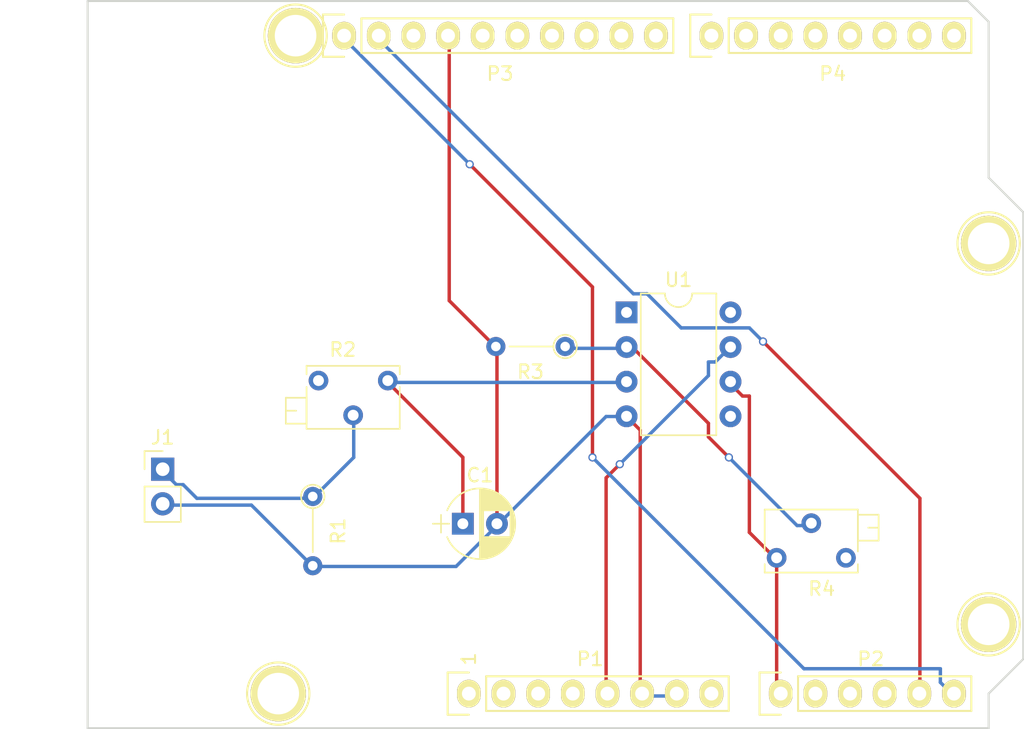
<source format=kicad_pcb>
(kicad_pcb (version 4) (host pcbnew 4.0.6)

  (general
    (links 18)
    (no_connects 0)
    (area 104.5 71.5 182 128)
    (thickness 1.6)
    (drawings 29)
    (tracks 112)
    (zones 0)
    (modules 15)
    (nets 39)
  )

  (page A)
  (title_block
    (title "PFF DEMO")
    (date 2017-04-17)
  )

  (layers
    (0 F.Cu signal)
    (31 B.Cu signal)
    (32 B.Adhes user)
    (33 F.Adhes user)
    (34 B.Paste user)
    (35 F.Paste user)
    (36 B.SilkS user)
    (37 F.SilkS user)
    (38 B.Mask user)
    (39 F.Mask user)
    (40 Dwgs.User user)
    (41 Cmts.User user)
    (42 Eco1.User user)
    (43 Eco2.User user)
    (44 Edge.Cuts user)
    (45 Margin user)
    (46 B.CrtYd user)
    (47 F.CrtYd user)
    (48 B.Fab user)
    (49 F.Fab user)
  )

  (setup
    (last_trace_width 0.25)
    (trace_clearance 0.2)
    (zone_clearance 0.508)
    (zone_45_only no)
    (trace_min 0.2)
    (segment_width 0.15)
    (edge_width 0.15)
    (via_size 0.6)
    (via_drill 0.4)
    (via_min_size 0.4)
    (via_min_drill 0.3)
    (uvia_size 0.3)
    (uvia_drill 0.1)
    (uvias_allowed no)
    (uvia_min_size 0.2)
    (uvia_min_drill 0.1)
    (pcb_text_width 0.3)
    (pcb_text_size 1.5 1.5)
    (mod_edge_width 0.15)
    (mod_text_size 1 1)
    (mod_text_width 0.15)
    (pad_size 4.064 4.064)
    (pad_drill 3.048)
    (pad_to_mask_clearance 0)
    (aux_axis_origin 110.998 126.365)
    (grid_origin 110.998 126.365)
    (visible_elements 7FFFFFFF)
    (pcbplotparams
      (layerselection 0x00030_80000001)
      (usegerberextensions false)
      (excludeedgelayer true)
      (linewidth 0.100000)
      (plotframeref false)
      (viasonmask false)
      (mode 1)
      (useauxorigin false)
      (hpglpennumber 1)
      (hpglpenspeed 20)
      (hpglpendiameter 15)
      (hpglpenoverlay 2)
      (psnegative false)
      (psa4output false)
      (plotreference true)
      (plotvalue true)
      (plotinvisibletext false)
      (padsonsilk false)
      (subtractmaskfromsilk false)
      (outputformat 1)
      (mirror false)
      (drillshape 1)
      (scaleselection 1)
      (outputdirectory ""))
  )

  (net 0 "")
  (net 1 /IOREF)
  (net 2 /Reset)
  (net 3 +5V)
  (net 4 GND)
  (net 5 /Vin)
  (net 6 /A0)
  (net 7 /A1)
  (net 8 /A2)
  (net 9 /A3)
  (net 10 /AREF)
  (net 11 "/A4(SDA)")
  (net 12 "/A5(SCL)")
  (net 13 "/9(**)")
  (net 14 /8)
  (net 15 /7)
  (net 16 "/6(**)")
  (net 17 "/5(**)")
  (net 18 /4)
  (net 19 "/3(**)")
  (net 20 /2)
  (net 21 "/1(Tx)")
  (net 22 "/0(Rx)")
  (net 23 "Net-(P5-Pad1)")
  (net 24 "Net-(P6-Pad1)")
  (net 25 "Net-(P7-Pad1)")
  (net 26 "Net-(P8-Pad1)")
  (net 27 "/13(SCK)")
  (net 28 "/10(**/SS)")
  (net 29 "Net-(P1-Pad1)")
  (net 30 +3V3)
  (net 31 "/12(MISO)")
  (net 32 "/11(**/MOSI)")
  (net 33 "Net-(C1-Pad1)")
  (net 34 "Net-(R3-Pad1)")
  (net 35 "Net-(U1-Pad1)")
  (net 36 "Net-(U1-Pad5)")
  (net 37 "Net-(U1-Pad8)")
  (net 38 /Vpp)

  (net_class Default "This is the default net class."
    (clearance 0.2)
    (trace_width 0.25)
    (via_dia 0.6)
    (via_drill 0.4)
    (uvia_dia 0.3)
    (uvia_drill 0.1)
    (add_net +3V3)
    (add_net +5V)
    (add_net "/0(Rx)")
    (add_net "/1(Tx)")
    (add_net "/10(**/SS)")
    (add_net "/11(**/MOSI)")
    (add_net "/12(MISO)")
    (add_net "/13(SCK)")
    (add_net /2)
    (add_net "/3(**)")
    (add_net /4)
    (add_net "/5(**)")
    (add_net "/6(**)")
    (add_net /7)
    (add_net /8)
    (add_net "/9(**)")
    (add_net /A0)
    (add_net /A1)
    (add_net /A2)
    (add_net /A3)
    (add_net "/A4(SDA)")
    (add_net "/A5(SCL)")
    (add_net /AREF)
    (add_net /IOREF)
    (add_net /Reset)
    (add_net /Vin)
    (add_net /Vpp)
    (add_net GND)
    (add_net "Net-(C1-Pad1)")
    (add_net "Net-(P1-Pad1)")
    (add_net "Net-(P5-Pad1)")
    (add_net "Net-(P6-Pad1)")
    (add_net "Net-(P7-Pad1)")
    (add_net "Net-(P8-Pad1)")
    (add_net "Net-(R3-Pad1)")
    (add_net "Net-(U1-Pad1)")
    (add_net "Net-(U1-Pad5)")
    (add_net "Net-(U1-Pad8)")
  )

  (module Socket_Arduino_Uno:Socket_Strip_Arduino_1x08 locked (layer F.Cu) (tedit 552168D2) (tstamp 551AF9EA)
    (at 138.938 123.825)
    (descr "Through hole socket strip")
    (tags "socket strip")
    (path /56D70129)
    (fp_text reference P1 (at 8.89 -2.54) (layer F.SilkS)
      (effects (font (size 1 1) (thickness 0.15)))
    )
    (fp_text value Power (at 8.89 -4.064) (layer F.Fab)
      (effects (font (size 1 1) (thickness 0.15)))
    )
    (fp_line (start -1.75 -1.75) (end -1.75 1.75) (layer F.CrtYd) (width 0.05))
    (fp_line (start 19.55 -1.75) (end 19.55 1.75) (layer F.CrtYd) (width 0.05))
    (fp_line (start -1.75 -1.75) (end 19.55 -1.75) (layer F.CrtYd) (width 0.05))
    (fp_line (start -1.75 1.75) (end 19.55 1.75) (layer F.CrtYd) (width 0.05))
    (fp_line (start 1.27 1.27) (end 19.05 1.27) (layer F.SilkS) (width 0.15))
    (fp_line (start 19.05 1.27) (end 19.05 -1.27) (layer F.SilkS) (width 0.15))
    (fp_line (start 19.05 -1.27) (end 1.27 -1.27) (layer F.SilkS) (width 0.15))
    (fp_line (start -1.55 1.55) (end 0 1.55) (layer F.SilkS) (width 0.15))
    (fp_line (start 1.27 1.27) (end 1.27 -1.27) (layer F.SilkS) (width 0.15))
    (fp_line (start 0 -1.55) (end -1.55 -1.55) (layer F.SilkS) (width 0.15))
    (fp_line (start -1.55 -1.55) (end -1.55 1.55) (layer F.SilkS) (width 0.15))
    (pad 1 thru_hole oval (at 0 0) (size 1.7272 2.032) (drill 1.016) (layers *.Cu *.Mask F.SilkS)
      (net 29 "Net-(P1-Pad1)"))
    (pad 2 thru_hole oval (at 2.54 0) (size 1.7272 2.032) (drill 1.016) (layers *.Cu *.Mask F.SilkS)
      (net 1 /IOREF))
    (pad 3 thru_hole oval (at 5.08 0) (size 1.7272 2.032) (drill 1.016) (layers *.Cu *.Mask F.SilkS)
      (net 2 /Reset))
    (pad 4 thru_hole oval (at 7.62 0) (size 1.7272 2.032) (drill 1.016) (layers *.Cu *.Mask F.SilkS)
      (net 30 +3V3))
    (pad 5 thru_hole oval (at 10.16 0) (size 1.7272 2.032) (drill 1.016) (layers *.Cu *.Mask F.SilkS)
      (net 3 +5V))
    (pad 6 thru_hole oval (at 12.7 0) (size 1.7272 2.032) (drill 1.016) (layers *.Cu *.Mask F.SilkS)
      (net 4 GND))
    (pad 7 thru_hole oval (at 15.24 0) (size 1.7272 2.032) (drill 1.016) (layers *.Cu *.Mask F.SilkS)
      (net 4 GND))
    (pad 8 thru_hole oval (at 17.78 0) (size 1.7272 2.032) (drill 1.016) (layers *.Cu *.Mask F.SilkS)
      (net 38 /Vpp))
    (model ${KIPRJMOD}/Socket_Arduino_Uno.3dshapes/Socket_header_Arduino_1x08.wrl
      (at (xyz 0.35 0 0))
      (scale (xyz 1 1 1))
      (rotate (xyz 0 0 180))
    )
  )

  (module Socket_Arduino_Uno:Socket_Strip_Arduino_1x06 locked (layer F.Cu) (tedit 552168D6) (tstamp 551AF9FF)
    (at 161.798 123.825)
    (descr "Through hole socket strip")
    (tags "socket strip")
    (path /56D70DD8)
    (fp_text reference P2 (at 6.604 -2.54) (layer F.SilkS)
      (effects (font (size 1 1) (thickness 0.15)))
    )
    (fp_text value Analog (at 6.604 -4.064) (layer F.Fab)
      (effects (font (size 1 1) (thickness 0.15)))
    )
    (fp_line (start -1.75 -1.75) (end -1.75 1.75) (layer F.CrtYd) (width 0.05))
    (fp_line (start 14.45 -1.75) (end 14.45 1.75) (layer F.CrtYd) (width 0.05))
    (fp_line (start -1.75 -1.75) (end 14.45 -1.75) (layer F.CrtYd) (width 0.05))
    (fp_line (start -1.75 1.75) (end 14.45 1.75) (layer F.CrtYd) (width 0.05))
    (fp_line (start 1.27 1.27) (end 13.97 1.27) (layer F.SilkS) (width 0.15))
    (fp_line (start 13.97 1.27) (end 13.97 -1.27) (layer F.SilkS) (width 0.15))
    (fp_line (start 13.97 -1.27) (end 1.27 -1.27) (layer F.SilkS) (width 0.15))
    (fp_line (start -1.55 1.55) (end 0 1.55) (layer F.SilkS) (width 0.15))
    (fp_line (start 1.27 1.27) (end 1.27 -1.27) (layer F.SilkS) (width 0.15))
    (fp_line (start 0 -1.55) (end -1.55 -1.55) (layer F.SilkS) (width 0.15))
    (fp_line (start -1.55 -1.55) (end -1.55 1.55) (layer F.SilkS) (width 0.15))
    (pad 1 thru_hole oval (at 0 0) (size 1.7272 2.032) (drill 1.016) (layers *.Cu *.Mask F.SilkS)
      (net 6 /A0))
    (pad 2 thru_hole oval (at 2.54 0) (size 1.7272 2.032) (drill 1.016) (layers *.Cu *.Mask F.SilkS)
      (net 7 /A1))
    (pad 3 thru_hole oval (at 5.08 0) (size 1.7272 2.032) (drill 1.016) (layers *.Cu *.Mask F.SilkS)
      (net 8 /A2))
    (pad 4 thru_hole oval (at 7.62 0) (size 1.7272 2.032) (drill 1.016) (layers *.Cu *.Mask F.SilkS)
      (net 9 /A3))
    (pad 5 thru_hole oval (at 10.16 0) (size 1.7272 2.032) (drill 1.016) (layers *.Cu *.Mask F.SilkS)
      (net 11 "/A4(SDA)"))
    (pad 6 thru_hole oval (at 12.7 0) (size 1.7272 2.032) (drill 1.016) (layers *.Cu *.Mask F.SilkS)
      (net 12 "/A5(SCL)"))
    (model ${KIPRJMOD}/Socket_Arduino_Uno.3dshapes/Socket_header_Arduino_1x06.wrl
      (at (xyz 0.25 0 0))
      (scale (xyz 1 1 1))
      (rotate (xyz 0 0 180))
    )
  )

  (module Socket_Arduino_Uno:Socket_Strip_Arduino_1x10 locked (layer F.Cu) (tedit 552168BF) (tstamp 551AFA18)
    (at 129.794 75.565)
    (descr "Through hole socket strip")
    (tags "socket strip")
    (path /56D721E0)
    (fp_text reference P3 (at 11.43 2.794) (layer F.SilkS)
      (effects (font (size 1 1) (thickness 0.15)))
    )
    (fp_text value Digital (at 11.43 4.318) (layer F.Fab)
      (effects (font (size 1 1) (thickness 0.15)))
    )
    (fp_line (start -1.75 -1.75) (end -1.75 1.75) (layer F.CrtYd) (width 0.05))
    (fp_line (start 24.65 -1.75) (end 24.65 1.75) (layer F.CrtYd) (width 0.05))
    (fp_line (start -1.75 -1.75) (end 24.65 -1.75) (layer F.CrtYd) (width 0.05))
    (fp_line (start -1.75 1.75) (end 24.65 1.75) (layer F.CrtYd) (width 0.05))
    (fp_line (start 1.27 1.27) (end 24.13 1.27) (layer F.SilkS) (width 0.15))
    (fp_line (start 24.13 1.27) (end 24.13 -1.27) (layer F.SilkS) (width 0.15))
    (fp_line (start 24.13 -1.27) (end 1.27 -1.27) (layer F.SilkS) (width 0.15))
    (fp_line (start -1.55 1.55) (end 0 1.55) (layer F.SilkS) (width 0.15))
    (fp_line (start 1.27 1.27) (end 1.27 -1.27) (layer F.SilkS) (width 0.15))
    (fp_line (start 0 -1.55) (end -1.55 -1.55) (layer F.SilkS) (width 0.15))
    (fp_line (start -1.55 -1.55) (end -1.55 1.55) (layer F.SilkS) (width 0.15))
    (pad 1 thru_hole oval (at 0 0) (size 1.7272 2.032) (drill 1.016) (layers *.Cu *.Mask F.SilkS)
      (net 12 "/A5(SCL)"))
    (pad 2 thru_hole oval (at 2.54 0) (size 1.7272 2.032) (drill 1.016) (layers *.Cu *.Mask F.SilkS)
      (net 11 "/A4(SDA)"))
    (pad 3 thru_hole oval (at 5.08 0) (size 1.7272 2.032) (drill 1.016) (layers *.Cu *.Mask F.SilkS)
      (net 10 /AREF))
    (pad 4 thru_hole oval (at 7.62 0) (size 1.7272 2.032) (drill 1.016) (layers *.Cu *.Mask F.SilkS)
      (net 4 GND))
    (pad 5 thru_hole oval (at 10.16 0) (size 1.7272 2.032) (drill 1.016) (layers *.Cu *.Mask F.SilkS)
      (net 27 "/13(SCK)"))
    (pad 6 thru_hole oval (at 12.7 0) (size 1.7272 2.032) (drill 1.016) (layers *.Cu *.Mask F.SilkS)
      (net 31 "/12(MISO)"))
    (pad 7 thru_hole oval (at 15.24 0) (size 1.7272 2.032) (drill 1.016) (layers *.Cu *.Mask F.SilkS)
      (net 32 "/11(**/MOSI)"))
    (pad 8 thru_hole oval (at 17.78 0) (size 1.7272 2.032) (drill 1.016) (layers *.Cu *.Mask F.SilkS)
      (net 28 "/10(**/SS)"))
    (pad 9 thru_hole oval (at 20.32 0) (size 1.7272 2.032) (drill 1.016) (layers *.Cu *.Mask F.SilkS)
      (net 13 "/9(**)"))
    (pad 10 thru_hole oval (at 22.86 0) (size 1.7272 2.032) (drill 1.016) (layers *.Cu *.Mask F.SilkS)
      (net 14 /8))
    (model ${KIPRJMOD}/Socket_Arduino_Uno.3dshapes/Socket_header_Arduino_1x10.wrl
      (at (xyz 0.45 0 0))
      (scale (xyz 1 1 1))
      (rotate (xyz 0 0 180))
    )
  )

  (module Socket_Arduino_Uno:Socket_Strip_Arduino_1x08 locked (layer F.Cu) (tedit 552168C7) (tstamp 551AFA2F)
    (at 156.718 75.565)
    (descr "Through hole socket strip")
    (tags "socket strip")
    (path /56D7164F)
    (fp_text reference P4 (at 8.89 2.794) (layer F.SilkS)
      (effects (font (size 1 1) (thickness 0.15)))
    )
    (fp_text value Digital (at 8.89 4.318) (layer F.Fab)
      (effects (font (size 1 1) (thickness 0.15)))
    )
    (fp_line (start -1.75 -1.75) (end -1.75 1.75) (layer F.CrtYd) (width 0.05))
    (fp_line (start 19.55 -1.75) (end 19.55 1.75) (layer F.CrtYd) (width 0.05))
    (fp_line (start -1.75 -1.75) (end 19.55 -1.75) (layer F.CrtYd) (width 0.05))
    (fp_line (start -1.75 1.75) (end 19.55 1.75) (layer F.CrtYd) (width 0.05))
    (fp_line (start 1.27 1.27) (end 19.05 1.27) (layer F.SilkS) (width 0.15))
    (fp_line (start 19.05 1.27) (end 19.05 -1.27) (layer F.SilkS) (width 0.15))
    (fp_line (start 19.05 -1.27) (end 1.27 -1.27) (layer F.SilkS) (width 0.15))
    (fp_line (start -1.55 1.55) (end 0 1.55) (layer F.SilkS) (width 0.15))
    (fp_line (start 1.27 1.27) (end 1.27 -1.27) (layer F.SilkS) (width 0.15))
    (fp_line (start 0 -1.55) (end -1.55 -1.55) (layer F.SilkS) (width 0.15))
    (fp_line (start -1.55 -1.55) (end -1.55 1.55) (layer F.SilkS) (width 0.15))
    (pad 1 thru_hole oval (at 0 0) (size 1.7272 2.032) (drill 1.016) (layers *.Cu *.Mask F.SilkS)
      (net 15 /7))
    (pad 2 thru_hole oval (at 2.54 0) (size 1.7272 2.032) (drill 1.016) (layers *.Cu *.Mask F.SilkS)
      (net 16 "/6(**)"))
    (pad 3 thru_hole oval (at 5.08 0) (size 1.7272 2.032) (drill 1.016) (layers *.Cu *.Mask F.SilkS)
      (net 17 "/5(**)"))
    (pad 4 thru_hole oval (at 7.62 0) (size 1.7272 2.032) (drill 1.016) (layers *.Cu *.Mask F.SilkS)
      (net 18 /4))
    (pad 5 thru_hole oval (at 10.16 0) (size 1.7272 2.032) (drill 1.016) (layers *.Cu *.Mask F.SilkS)
      (net 19 "/3(**)"))
    (pad 6 thru_hole oval (at 12.7 0) (size 1.7272 2.032) (drill 1.016) (layers *.Cu *.Mask F.SilkS)
      (net 20 /2))
    (pad 7 thru_hole oval (at 15.24 0) (size 1.7272 2.032) (drill 1.016) (layers *.Cu *.Mask F.SilkS)
      (net 21 "/1(Tx)"))
    (pad 8 thru_hole oval (at 17.78 0) (size 1.7272 2.032) (drill 1.016) (layers *.Cu *.Mask F.SilkS)
      (net 22 "/0(Rx)"))
    (model ${KIPRJMOD}/Socket_Arduino_Uno.3dshapes/Socket_header_Arduino_1x08.wrl
      (at (xyz 0.35 0 0))
      (scale (xyz 1 1 1))
      (rotate (xyz 0 0 180))
    )
  )

  (module Socket_Arduino_Uno:Arduino_1pin locked (layer F.Cu) (tedit 5524FC39) (tstamp 5524FC3F)
    (at 124.968 123.825)
    (descr "module 1 pin (ou trou mecanique de percage)")
    (tags DEV)
    (path /56D71177)
    (fp_text reference P5 (at 0 -3.048) (layer F.SilkS) hide
      (effects (font (size 1 1) (thickness 0.15)))
    )
    (fp_text value CONN_01X01 (at 0 2.794) (layer F.Fab) hide
      (effects (font (size 1 1) (thickness 0.15)))
    )
    (fp_circle (center 0 0) (end 0 -2.286) (layer F.SilkS) (width 0.15))
    (pad 1 thru_hole circle (at 0 0) (size 4.064 4.064) (drill 3.048) (layers *.Cu *.Mask F.SilkS)
      (net 23 "Net-(P5-Pad1)"))
  )

  (module Socket_Arduino_Uno:Arduino_1pin locked (layer F.Cu) (tedit 5524FC4A) (tstamp 5524FC44)
    (at 177.038 118.745)
    (descr "module 1 pin (ou trou mecanique de percage)")
    (tags DEV)
    (path /56D71274)
    (fp_text reference P6 (at 0 -3.048) (layer F.SilkS) hide
      (effects (font (size 1 1) (thickness 0.15)))
    )
    (fp_text value CONN_01X01 (at 0 2.794) (layer F.Fab) hide
      (effects (font (size 1 1) (thickness 0.15)))
    )
    (fp_circle (center 0 0) (end 0 -2.286) (layer F.SilkS) (width 0.15))
    (pad 1 thru_hole circle (at 0 0) (size 4.064 4.064) (drill 3.048) (layers *.Cu *.Mask F.SilkS)
      (net 24 "Net-(P6-Pad1)"))
  )

  (module Socket_Arduino_Uno:Arduino_1pin locked (layer F.Cu) (tedit 5524FC2F) (tstamp 5524FC49)
    (at 126.238 75.565)
    (descr "module 1 pin (ou trou mecanique de percage)")
    (tags DEV)
    (path /56D712A8)
    (fp_text reference P7 (at 0 -3.048) (layer F.SilkS) hide
      (effects (font (size 1 1) (thickness 0.15)))
    )
    (fp_text value CONN_01X01 (at 0 2.794) (layer F.Fab) hide
      (effects (font (size 1 1) (thickness 0.15)))
    )
    (fp_circle (center 0 0) (end 0 -2.286) (layer F.SilkS) (width 0.15))
    (pad 1 thru_hole circle (at 0 0) (size 4.064 4.064) (drill 3.048) (layers *.Cu *.Mask F.SilkS)
      (net 25 "Net-(P7-Pad1)"))
  )

  (module Socket_Arduino_Uno:Arduino_1pin locked (layer F.Cu) (tedit 5524FC41) (tstamp 5524FC4E)
    (at 177.038 90.805)
    (descr "module 1 pin (ou trou mecanique de percage)")
    (tags DEV)
    (path /56D712DB)
    (fp_text reference P8 (at 0 -3.048) (layer F.SilkS) hide
      (effects (font (size 1 1) (thickness 0.15)))
    )
    (fp_text value CONN_01X01 (at 0 2.794) (layer F.Fab) hide
      (effects (font (size 1 1) (thickness 0.15)))
    )
    (fp_circle (center 0 0) (end 0 -2.286) (layer F.SilkS) (width 0.15))
    (pad 1 thru_hole circle (at 0 0) (size 4.064 4.064) (drill 3.048) (layers *.Cu *.Mask F.SilkS)
      (net 26 "Net-(P8-Pad1)"))
  )

  (module Capacitors_THT:CP_Radial_D5.0mm_P2.50mm (layer F.Cu) (tedit 58765D06) (tstamp 58F4D22F)
    (at 138.498 111.365)
    (descr "CP, Radial series, Radial, pin pitch=2.50mm, , diameter=5mm, Electrolytic Capacitor")
    (tags "CP Radial series Radial pin pitch 2.50mm  diameter 5mm Electrolytic Capacitor")
    (path /58F4E7FB)
    (fp_text reference C1 (at 1.25 -3.56) (layer F.SilkS)
      (effects (font (size 1 1) (thickness 0.15)))
    )
    (fp_text value 4700pF (at 1.25 3.56) (layer F.Fab)
      (effects (font (size 1 1) (thickness 0.15)))
    )
    (fp_arc (start 1.25 0) (end -1.147436 -0.98) (angle 135.5) (layer F.SilkS) (width 0.12))
    (fp_arc (start 1.25 0) (end -1.147436 0.98) (angle -135.5) (layer F.SilkS) (width 0.12))
    (fp_arc (start 1.25 0) (end 3.647436 -0.98) (angle 44.5) (layer F.SilkS) (width 0.12))
    (fp_circle (center 1.25 0) (end 3.75 0) (layer F.Fab) (width 0.1))
    (fp_line (start -2.2 0) (end -1 0) (layer F.Fab) (width 0.1))
    (fp_line (start -1.6 -0.65) (end -1.6 0.65) (layer F.Fab) (width 0.1))
    (fp_line (start 1.25 -2.55) (end 1.25 2.55) (layer F.SilkS) (width 0.12))
    (fp_line (start 1.29 -2.55) (end 1.29 2.55) (layer F.SilkS) (width 0.12))
    (fp_line (start 1.33 -2.549) (end 1.33 2.549) (layer F.SilkS) (width 0.12))
    (fp_line (start 1.37 -2.548) (end 1.37 2.548) (layer F.SilkS) (width 0.12))
    (fp_line (start 1.41 -2.546) (end 1.41 2.546) (layer F.SilkS) (width 0.12))
    (fp_line (start 1.45 -2.543) (end 1.45 2.543) (layer F.SilkS) (width 0.12))
    (fp_line (start 1.49 -2.539) (end 1.49 2.539) (layer F.SilkS) (width 0.12))
    (fp_line (start 1.53 -2.535) (end 1.53 -0.98) (layer F.SilkS) (width 0.12))
    (fp_line (start 1.53 0.98) (end 1.53 2.535) (layer F.SilkS) (width 0.12))
    (fp_line (start 1.57 -2.531) (end 1.57 -0.98) (layer F.SilkS) (width 0.12))
    (fp_line (start 1.57 0.98) (end 1.57 2.531) (layer F.SilkS) (width 0.12))
    (fp_line (start 1.61 -2.525) (end 1.61 -0.98) (layer F.SilkS) (width 0.12))
    (fp_line (start 1.61 0.98) (end 1.61 2.525) (layer F.SilkS) (width 0.12))
    (fp_line (start 1.65 -2.519) (end 1.65 -0.98) (layer F.SilkS) (width 0.12))
    (fp_line (start 1.65 0.98) (end 1.65 2.519) (layer F.SilkS) (width 0.12))
    (fp_line (start 1.69 -2.513) (end 1.69 -0.98) (layer F.SilkS) (width 0.12))
    (fp_line (start 1.69 0.98) (end 1.69 2.513) (layer F.SilkS) (width 0.12))
    (fp_line (start 1.73 -2.506) (end 1.73 -0.98) (layer F.SilkS) (width 0.12))
    (fp_line (start 1.73 0.98) (end 1.73 2.506) (layer F.SilkS) (width 0.12))
    (fp_line (start 1.77 -2.498) (end 1.77 -0.98) (layer F.SilkS) (width 0.12))
    (fp_line (start 1.77 0.98) (end 1.77 2.498) (layer F.SilkS) (width 0.12))
    (fp_line (start 1.81 -2.489) (end 1.81 -0.98) (layer F.SilkS) (width 0.12))
    (fp_line (start 1.81 0.98) (end 1.81 2.489) (layer F.SilkS) (width 0.12))
    (fp_line (start 1.85 -2.48) (end 1.85 -0.98) (layer F.SilkS) (width 0.12))
    (fp_line (start 1.85 0.98) (end 1.85 2.48) (layer F.SilkS) (width 0.12))
    (fp_line (start 1.89 -2.47) (end 1.89 -0.98) (layer F.SilkS) (width 0.12))
    (fp_line (start 1.89 0.98) (end 1.89 2.47) (layer F.SilkS) (width 0.12))
    (fp_line (start 1.93 -2.46) (end 1.93 -0.98) (layer F.SilkS) (width 0.12))
    (fp_line (start 1.93 0.98) (end 1.93 2.46) (layer F.SilkS) (width 0.12))
    (fp_line (start 1.971 -2.448) (end 1.971 -0.98) (layer F.SilkS) (width 0.12))
    (fp_line (start 1.971 0.98) (end 1.971 2.448) (layer F.SilkS) (width 0.12))
    (fp_line (start 2.011 -2.436) (end 2.011 -0.98) (layer F.SilkS) (width 0.12))
    (fp_line (start 2.011 0.98) (end 2.011 2.436) (layer F.SilkS) (width 0.12))
    (fp_line (start 2.051 -2.424) (end 2.051 -0.98) (layer F.SilkS) (width 0.12))
    (fp_line (start 2.051 0.98) (end 2.051 2.424) (layer F.SilkS) (width 0.12))
    (fp_line (start 2.091 -2.41) (end 2.091 -0.98) (layer F.SilkS) (width 0.12))
    (fp_line (start 2.091 0.98) (end 2.091 2.41) (layer F.SilkS) (width 0.12))
    (fp_line (start 2.131 -2.396) (end 2.131 -0.98) (layer F.SilkS) (width 0.12))
    (fp_line (start 2.131 0.98) (end 2.131 2.396) (layer F.SilkS) (width 0.12))
    (fp_line (start 2.171 -2.382) (end 2.171 -0.98) (layer F.SilkS) (width 0.12))
    (fp_line (start 2.171 0.98) (end 2.171 2.382) (layer F.SilkS) (width 0.12))
    (fp_line (start 2.211 -2.366) (end 2.211 -0.98) (layer F.SilkS) (width 0.12))
    (fp_line (start 2.211 0.98) (end 2.211 2.366) (layer F.SilkS) (width 0.12))
    (fp_line (start 2.251 -2.35) (end 2.251 -0.98) (layer F.SilkS) (width 0.12))
    (fp_line (start 2.251 0.98) (end 2.251 2.35) (layer F.SilkS) (width 0.12))
    (fp_line (start 2.291 -2.333) (end 2.291 -0.98) (layer F.SilkS) (width 0.12))
    (fp_line (start 2.291 0.98) (end 2.291 2.333) (layer F.SilkS) (width 0.12))
    (fp_line (start 2.331 -2.315) (end 2.331 -0.98) (layer F.SilkS) (width 0.12))
    (fp_line (start 2.331 0.98) (end 2.331 2.315) (layer F.SilkS) (width 0.12))
    (fp_line (start 2.371 -2.296) (end 2.371 -0.98) (layer F.SilkS) (width 0.12))
    (fp_line (start 2.371 0.98) (end 2.371 2.296) (layer F.SilkS) (width 0.12))
    (fp_line (start 2.411 -2.276) (end 2.411 -0.98) (layer F.SilkS) (width 0.12))
    (fp_line (start 2.411 0.98) (end 2.411 2.276) (layer F.SilkS) (width 0.12))
    (fp_line (start 2.451 -2.256) (end 2.451 -0.98) (layer F.SilkS) (width 0.12))
    (fp_line (start 2.451 0.98) (end 2.451 2.256) (layer F.SilkS) (width 0.12))
    (fp_line (start 2.491 -2.234) (end 2.491 -0.98) (layer F.SilkS) (width 0.12))
    (fp_line (start 2.491 0.98) (end 2.491 2.234) (layer F.SilkS) (width 0.12))
    (fp_line (start 2.531 -2.212) (end 2.531 -0.98) (layer F.SilkS) (width 0.12))
    (fp_line (start 2.531 0.98) (end 2.531 2.212) (layer F.SilkS) (width 0.12))
    (fp_line (start 2.571 -2.189) (end 2.571 -0.98) (layer F.SilkS) (width 0.12))
    (fp_line (start 2.571 0.98) (end 2.571 2.189) (layer F.SilkS) (width 0.12))
    (fp_line (start 2.611 -2.165) (end 2.611 -0.98) (layer F.SilkS) (width 0.12))
    (fp_line (start 2.611 0.98) (end 2.611 2.165) (layer F.SilkS) (width 0.12))
    (fp_line (start 2.651 -2.14) (end 2.651 -0.98) (layer F.SilkS) (width 0.12))
    (fp_line (start 2.651 0.98) (end 2.651 2.14) (layer F.SilkS) (width 0.12))
    (fp_line (start 2.691 -2.113) (end 2.691 -0.98) (layer F.SilkS) (width 0.12))
    (fp_line (start 2.691 0.98) (end 2.691 2.113) (layer F.SilkS) (width 0.12))
    (fp_line (start 2.731 -2.086) (end 2.731 -0.98) (layer F.SilkS) (width 0.12))
    (fp_line (start 2.731 0.98) (end 2.731 2.086) (layer F.SilkS) (width 0.12))
    (fp_line (start 2.771 -2.058) (end 2.771 -0.98) (layer F.SilkS) (width 0.12))
    (fp_line (start 2.771 0.98) (end 2.771 2.058) (layer F.SilkS) (width 0.12))
    (fp_line (start 2.811 -2.028) (end 2.811 -0.98) (layer F.SilkS) (width 0.12))
    (fp_line (start 2.811 0.98) (end 2.811 2.028) (layer F.SilkS) (width 0.12))
    (fp_line (start 2.851 -1.997) (end 2.851 -0.98) (layer F.SilkS) (width 0.12))
    (fp_line (start 2.851 0.98) (end 2.851 1.997) (layer F.SilkS) (width 0.12))
    (fp_line (start 2.891 -1.965) (end 2.891 -0.98) (layer F.SilkS) (width 0.12))
    (fp_line (start 2.891 0.98) (end 2.891 1.965) (layer F.SilkS) (width 0.12))
    (fp_line (start 2.931 -1.932) (end 2.931 -0.98) (layer F.SilkS) (width 0.12))
    (fp_line (start 2.931 0.98) (end 2.931 1.932) (layer F.SilkS) (width 0.12))
    (fp_line (start 2.971 -1.897) (end 2.971 -0.98) (layer F.SilkS) (width 0.12))
    (fp_line (start 2.971 0.98) (end 2.971 1.897) (layer F.SilkS) (width 0.12))
    (fp_line (start 3.011 -1.861) (end 3.011 -0.98) (layer F.SilkS) (width 0.12))
    (fp_line (start 3.011 0.98) (end 3.011 1.861) (layer F.SilkS) (width 0.12))
    (fp_line (start 3.051 -1.823) (end 3.051 -0.98) (layer F.SilkS) (width 0.12))
    (fp_line (start 3.051 0.98) (end 3.051 1.823) (layer F.SilkS) (width 0.12))
    (fp_line (start 3.091 -1.783) (end 3.091 -0.98) (layer F.SilkS) (width 0.12))
    (fp_line (start 3.091 0.98) (end 3.091 1.783) (layer F.SilkS) (width 0.12))
    (fp_line (start 3.131 -1.742) (end 3.131 -0.98) (layer F.SilkS) (width 0.12))
    (fp_line (start 3.131 0.98) (end 3.131 1.742) (layer F.SilkS) (width 0.12))
    (fp_line (start 3.171 -1.699) (end 3.171 -0.98) (layer F.SilkS) (width 0.12))
    (fp_line (start 3.171 0.98) (end 3.171 1.699) (layer F.SilkS) (width 0.12))
    (fp_line (start 3.211 -1.654) (end 3.211 -0.98) (layer F.SilkS) (width 0.12))
    (fp_line (start 3.211 0.98) (end 3.211 1.654) (layer F.SilkS) (width 0.12))
    (fp_line (start 3.251 -1.606) (end 3.251 -0.98) (layer F.SilkS) (width 0.12))
    (fp_line (start 3.251 0.98) (end 3.251 1.606) (layer F.SilkS) (width 0.12))
    (fp_line (start 3.291 -1.556) (end 3.291 -0.98) (layer F.SilkS) (width 0.12))
    (fp_line (start 3.291 0.98) (end 3.291 1.556) (layer F.SilkS) (width 0.12))
    (fp_line (start 3.331 -1.504) (end 3.331 -0.98) (layer F.SilkS) (width 0.12))
    (fp_line (start 3.331 0.98) (end 3.331 1.504) (layer F.SilkS) (width 0.12))
    (fp_line (start 3.371 -1.448) (end 3.371 -0.98) (layer F.SilkS) (width 0.12))
    (fp_line (start 3.371 0.98) (end 3.371 1.448) (layer F.SilkS) (width 0.12))
    (fp_line (start 3.411 -1.39) (end 3.411 -0.98) (layer F.SilkS) (width 0.12))
    (fp_line (start 3.411 0.98) (end 3.411 1.39) (layer F.SilkS) (width 0.12))
    (fp_line (start 3.451 -1.327) (end 3.451 -0.98) (layer F.SilkS) (width 0.12))
    (fp_line (start 3.451 0.98) (end 3.451 1.327) (layer F.SilkS) (width 0.12))
    (fp_line (start 3.491 -1.261) (end 3.491 1.261) (layer F.SilkS) (width 0.12))
    (fp_line (start 3.531 -1.189) (end 3.531 1.189) (layer F.SilkS) (width 0.12))
    (fp_line (start 3.571 -1.112) (end 3.571 1.112) (layer F.SilkS) (width 0.12))
    (fp_line (start 3.611 -1.028) (end 3.611 1.028) (layer F.SilkS) (width 0.12))
    (fp_line (start 3.651 -0.934) (end 3.651 0.934) (layer F.SilkS) (width 0.12))
    (fp_line (start 3.691 -0.829) (end 3.691 0.829) (layer F.SilkS) (width 0.12))
    (fp_line (start 3.731 -0.707) (end 3.731 0.707) (layer F.SilkS) (width 0.12))
    (fp_line (start 3.771 -0.559) (end 3.771 0.559) (layer F.SilkS) (width 0.12))
    (fp_line (start 3.811 -0.354) (end 3.811 0.354) (layer F.SilkS) (width 0.12))
    (fp_line (start -2.2 0) (end -1 0) (layer F.SilkS) (width 0.12))
    (fp_line (start -1.6 -0.65) (end -1.6 0.65) (layer F.SilkS) (width 0.12))
    (fp_line (start -1.6 -2.85) (end -1.6 2.85) (layer F.CrtYd) (width 0.05))
    (fp_line (start -1.6 2.85) (end 4.1 2.85) (layer F.CrtYd) (width 0.05))
    (fp_line (start 4.1 2.85) (end 4.1 -2.85) (layer F.CrtYd) (width 0.05))
    (fp_line (start 4.1 -2.85) (end -1.6 -2.85) (layer F.CrtYd) (width 0.05))
    (pad 1 thru_hole rect (at 0 0) (size 1.6 1.6) (drill 0.8) (layers *.Cu *.Mask)
      (net 33 "Net-(C1-Pad1)"))
    (pad 2 thru_hole circle (at 2.5 0) (size 1.6 1.6) (drill 0.8) (layers *.Cu *.Mask)
      (net 4 GND))
    (model Capacitors_THT.3dshapes/CP_Radial_D5.0mm_P2.50mm.wrl
      (at (xyz 0 0 0))
      (scale (xyz 0.393701 0.393701 0.393701))
      (rotate (xyz 0 0 0))
    )
  )

  (module Resistors_THT:R_Axial_DIN0204_L3.6mm_D1.6mm_P5.08mm_Vertical (layer F.Cu) (tedit 5874F706) (tstamp 58F4D235)
    (at 127.498 109.365 270)
    (descr "Resistor, Axial_DIN0204 series, Axial, Vertical, pin pitch=5.08mm, 0.16666666666666666W = 1/6W, length*diameter=3.6*1.6mm^2, http://cdn-reichelt.de/documents/datenblatt/B400/1_4W%23YAG.pdf")
    (tags "Resistor Axial_DIN0204 series Axial Vertical pin pitch 5.08mm 0.16666666666666666W = 1/6W length 3.6mm diameter 1.6mm")
    (path /58F4E7F9)
    (fp_text reference R1 (at 2.54 -1.86 270) (layer F.SilkS)
      (effects (font (size 1 1) (thickness 0.15)))
    )
    (fp_text value 100k (at 2.54 1.86 270) (layer F.Fab)
      (effects (font (size 1 1) (thickness 0.15)))
    )
    (fp_circle (center 0 0) (end 0.8 0) (layer F.Fab) (width 0.1))
    (fp_circle (center 0 0) (end 0.86 0) (layer F.SilkS) (width 0.12))
    (fp_line (start 0 0) (end 5.08 0) (layer F.Fab) (width 0.1))
    (fp_line (start 0.86 0) (end 4.08 0) (layer F.SilkS) (width 0.12))
    (fp_line (start -1.15 -1.15) (end -1.15 1.15) (layer F.CrtYd) (width 0.05))
    (fp_line (start -1.15 1.15) (end 6.1 1.15) (layer F.CrtYd) (width 0.05))
    (fp_line (start 6.1 1.15) (end 6.1 -1.15) (layer F.CrtYd) (width 0.05))
    (fp_line (start 6.1 -1.15) (end -1.15 -1.15) (layer F.CrtYd) (width 0.05))
    (pad 1 thru_hole circle (at 0 0 270) (size 1.4 1.4) (drill 0.7) (layers *.Cu *.Mask)
      (net 5 /Vin))
    (pad 2 thru_hole oval (at 5.08 0 270) (size 1.4 1.4) (drill 0.7) (layers *.Cu *.Mask)
      (net 4 GND))
    (model Resistors_THT.3dshapes/R_Axial_DIN0204_L3.6mm_D1.6mm_P5.08mm_Vertical.wrl
      (at (xyz 0 0 0))
      (scale (xyz 0.393701 0.393701 0.393701))
      (rotate (xyz 0 0 0))
    )
  )

  (module Potentiometers:Potentiometer_Trimmer_Bourns_3266X (layer F.Cu) (tedit 58826B0B) (tstamp 58F4D23C)
    (at 132.998 100.865)
    (descr "Spindle Trimmer Potentiometer, Bourns 3266X, https://www.bourns.com/pdfs/3266.pdf")
    (tags "Spindle Trimmer Potentiometer   Bourns 3266X")
    (path /58F4E7FE)
    (fp_text reference R2 (at -3.3 -2.27) (layer F.SilkS)
      (effects (font (size 1 1) (thickness 0.15)))
    )
    (fp_text value 50k (at -3.3 4.73) (layer F.Fab)
      (effects (font (size 1 1) (thickness 0.15)))
    )
    (fp_line (start -5.895 -1.02) (end -5.895 3.48) (layer F.Fab) (width 0.1))
    (fp_line (start -5.895 3.48) (end 0.815 3.48) (layer F.Fab) (width 0.1))
    (fp_line (start 0.815 3.48) (end 0.815 -1.02) (layer F.Fab) (width 0.1))
    (fp_line (start 0.815 -1.02) (end -5.895 -1.02) (layer F.Fab) (width 0.1))
    (fp_line (start -7.415 1.32) (end -7.415 3.1) (layer F.Fab) (width 0.1))
    (fp_line (start -7.415 3.1) (end -5.895 3.1) (layer F.Fab) (width 0.1))
    (fp_line (start -5.895 3.1) (end -5.895 1.32) (layer F.Fab) (width 0.1))
    (fp_line (start -5.895 1.32) (end -7.415 1.32) (layer F.Fab) (width 0.1))
    (fp_line (start -7.415 2.21) (end -6.655 2.21) (layer F.Fab) (width 0.1))
    (fp_line (start -5.955 -1.08) (end 0.875 -1.08) (layer F.SilkS) (width 0.12))
    (fp_line (start -5.955 3.54) (end 0.875 3.54) (layer F.SilkS) (width 0.12))
    (fp_line (start -5.955 -1.08) (end -5.955 -0.465) (layer F.SilkS) (width 0.12))
    (fp_line (start -5.955 0.465) (end -5.955 3.54) (layer F.SilkS) (width 0.12))
    (fp_line (start 0.875 -1.08) (end 0.875 -0.465) (layer F.SilkS) (width 0.12))
    (fp_line (start 0.875 0.465) (end 0.875 3.54) (layer F.SilkS) (width 0.12))
    (fp_line (start -7.475 1.26) (end -5.956 1.26) (layer F.SilkS) (width 0.12))
    (fp_line (start -7.475 3.16) (end -5.956 3.16) (layer F.SilkS) (width 0.12))
    (fp_line (start -7.475 1.26) (end -7.475 3.16) (layer F.SilkS) (width 0.12))
    (fp_line (start -5.956 1.26) (end -5.956 3.16) (layer F.SilkS) (width 0.12))
    (fp_line (start -7.475 2.21) (end -6.715 2.21) (layer F.SilkS) (width 0.12))
    (fp_line (start -7.7 -1.3) (end -7.7 3.75) (layer F.CrtYd) (width 0.05))
    (fp_line (start -7.7 3.75) (end 1.1 3.75) (layer F.CrtYd) (width 0.05))
    (fp_line (start 1.1 3.75) (end 1.1 -1.3) (layer F.CrtYd) (width 0.05))
    (fp_line (start 1.1 -1.3) (end -7.7 -1.3) (layer F.CrtYd) (width 0.05))
    (pad 1 thru_hole circle (at 0 0) (size 1.44 1.44) (drill 0.8) (layers *.Cu *.Mask)
      (net 33 "Net-(C1-Pad1)"))
    (pad 2 thru_hole circle (at -2.54 2.54) (size 1.44 1.44) (drill 0.8) (layers *.Cu *.Mask)
      (net 5 /Vin))
    (pad 3 thru_hole circle (at -5.08 0) (size 1.44 1.44) (drill 0.8) (layers *.Cu *.Mask))
    (model Potentiometers.3dshapes/Potentiometer_Trimmer_Bourns_3266X.wrl
      (at (xyz 0 0 0))
      (scale (xyz 0.393701 0.393701 0.393701))
      (rotate (xyz 0 0 0))
    )
  )

  (module Resistors_THT:R_Axial_DIN0204_L3.6mm_D1.6mm_P5.08mm_Vertical (layer F.Cu) (tedit 5874F706) (tstamp 58F4D242)
    (at 145.998 98.365 180)
    (descr "Resistor, Axial_DIN0204 series, Axial, Vertical, pin pitch=5.08mm, 0.16666666666666666W = 1/6W, length*diameter=3.6*1.6mm^2, http://cdn-reichelt.de/documents/datenblatt/B400/1_4W%23YAG.pdf")
    (tags "Resistor Axial_DIN0204 series Axial Vertical pin pitch 5.08mm 0.16666666666666666W = 1/6W length 3.6mm diameter 1.6mm")
    (path /58F4E7F8)
    (fp_text reference R3 (at 2.54 -1.86 180) (layer F.SilkS)
      (effects (font (size 1 1) (thickness 0.15)))
    )
    (fp_text value 10K (at 2.54 1.86 180) (layer F.Fab)
      (effects (font (size 1 1) (thickness 0.15)))
    )
    (fp_circle (center 0 0) (end 0.8 0) (layer F.Fab) (width 0.1))
    (fp_circle (center 0 0) (end 0.86 0) (layer F.SilkS) (width 0.12))
    (fp_line (start 0 0) (end 5.08 0) (layer F.Fab) (width 0.1))
    (fp_line (start 0.86 0) (end 4.08 0) (layer F.SilkS) (width 0.12))
    (fp_line (start -1.15 -1.15) (end -1.15 1.15) (layer F.CrtYd) (width 0.05))
    (fp_line (start -1.15 1.15) (end 6.1 1.15) (layer F.CrtYd) (width 0.05))
    (fp_line (start 6.1 1.15) (end 6.1 -1.15) (layer F.CrtYd) (width 0.05))
    (fp_line (start 6.1 -1.15) (end -1.15 -1.15) (layer F.CrtYd) (width 0.05))
    (pad 1 thru_hole circle (at 0 0 180) (size 1.4 1.4) (drill 0.7) (layers *.Cu *.Mask)
      (net 34 "Net-(R3-Pad1)"))
    (pad 2 thru_hole oval (at 5.08 0 180) (size 1.4 1.4) (drill 0.7) (layers *.Cu *.Mask)
      (net 4 GND))
    (model Resistors_THT.3dshapes/R_Axial_DIN0204_L3.6mm_D1.6mm_P5.08mm_Vertical.wrl
      (at (xyz 0 0 0))
      (scale (xyz 0.393701 0.393701 0.393701))
      (rotate (xyz 0 0 0))
    )
  )

  (module Potentiometers:Potentiometer_Trimmer_Bourns_3266X (layer F.Cu) (tedit 58826B0B) (tstamp 58F4D249)
    (at 161.498 113.865 180)
    (descr "Spindle Trimmer Potentiometer, Bourns 3266X, https://www.bourns.com/pdfs/3266.pdf")
    (tags "Spindle Trimmer Potentiometer   Bourns 3266X")
    (path /58F4E7FA)
    (fp_text reference R4 (at -3.3 -2.27 180) (layer F.SilkS)
      (effects (font (size 1 1) (thickness 0.15)))
    )
    (fp_text value 20k (at -3.3 4.73 180) (layer F.Fab)
      (effects (font (size 1 1) (thickness 0.15)))
    )
    (fp_line (start -5.895 -1.02) (end -5.895 3.48) (layer F.Fab) (width 0.1))
    (fp_line (start -5.895 3.48) (end 0.815 3.48) (layer F.Fab) (width 0.1))
    (fp_line (start 0.815 3.48) (end 0.815 -1.02) (layer F.Fab) (width 0.1))
    (fp_line (start 0.815 -1.02) (end -5.895 -1.02) (layer F.Fab) (width 0.1))
    (fp_line (start -7.415 1.32) (end -7.415 3.1) (layer F.Fab) (width 0.1))
    (fp_line (start -7.415 3.1) (end -5.895 3.1) (layer F.Fab) (width 0.1))
    (fp_line (start -5.895 3.1) (end -5.895 1.32) (layer F.Fab) (width 0.1))
    (fp_line (start -5.895 1.32) (end -7.415 1.32) (layer F.Fab) (width 0.1))
    (fp_line (start -7.415 2.21) (end -6.655 2.21) (layer F.Fab) (width 0.1))
    (fp_line (start -5.955 -1.08) (end 0.875 -1.08) (layer F.SilkS) (width 0.12))
    (fp_line (start -5.955 3.54) (end 0.875 3.54) (layer F.SilkS) (width 0.12))
    (fp_line (start -5.955 -1.08) (end -5.955 -0.465) (layer F.SilkS) (width 0.12))
    (fp_line (start -5.955 0.465) (end -5.955 3.54) (layer F.SilkS) (width 0.12))
    (fp_line (start 0.875 -1.08) (end 0.875 -0.465) (layer F.SilkS) (width 0.12))
    (fp_line (start 0.875 0.465) (end 0.875 3.54) (layer F.SilkS) (width 0.12))
    (fp_line (start -7.475 1.26) (end -5.956 1.26) (layer F.SilkS) (width 0.12))
    (fp_line (start -7.475 3.16) (end -5.956 3.16) (layer F.SilkS) (width 0.12))
    (fp_line (start -7.475 1.26) (end -7.475 3.16) (layer F.SilkS) (width 0.12))
    (fp_line (start -5.956 1.26) (end -5.956 3.16) (layer F.SilkS) (width 0.12))
    (fp_line (start -7.475 2.21) (end -6.715 2.21) (layer F.SilkS) (width 0.12))
    (fp_line (start -7.7 -1.3) (end -7.7 3.75) (layer F.CrtYd) (width 0.05))
    (fp_line (start -7.7 3.75) (end 1.1 3.75) (layer F.CrtYd) (width 0.05))
    (fp_line (start 1.1 3.75) (end 1.1 -1.3) (layer F.CrtYd) (width 0.05))
    (fp_line (start 1.1 -1.3) (end -7.7 -1.3) (layer F.CrtYd) (width 0.05))
    (pad 1 thru_hole circle (at 0 0 180) (size 1.44 1.44) (drill 0.8) (layers *.Cu *.Mask)
      (net 6 /A0))
    (pad 2 thru_hole circle (at -2.54 2.54 180) (size 1.44 1.44) (drill 0.8) (layers *.Cu *.Mask)
      (net 34 "Net-(R3-Pad1)"))
    (pad 3 thru_hole circle (at -5.08 0 180) (size 1.44 1.44) (drill 0.8) (layers *.Cu *.Mask))
    (model Potentiometers.3dshapes/Potentiometer_Trimmer_Bourns_3266X.wrl
      (at (xyz 0 0 0))
      (scale (xyz 0.393701 0.393701 0.393701))
      (rotate (xyz 0 0 0))
    )
  )

  (module Housings_DIP:DIP-8_W7.62mm (layer F.Cu) (tedit 58CC8E33) (tstamp 58F4D255)
    (at 150.498 95.865)
    (descr "8-lead dip package, row spacing 7.62 mm (300 mils)")
    (tags "DIL DIP PDIP 2.54mm 7.62mm 300mil")
    (path /58F4E7F7)
    (fp_text reference U1 (at 3.81 -2.39) (layer F.SilkS)
      (effects (font (size 1 1) (thickness 0.15)))
    )
    (fp_text value MCP601P (at 3.81 10.01) (layer F.Fab)
      (effects (font (size 1 1) (thickness 0.15)))
    )
    (fp_text user %R (at 3.81 3.81) (layer F.Fab)
      (effects (font (size 1 1) (thickness 0.15)))
    )
    (fp_line (start 1.635 -1.27) (end 6.985 -1.27) (layer F.Fab) (width 0.1))
    (fp_line (start 6.985 -1.27) (end 6.985 8.89) (layer F.Fab) (width 0.1))
    (fp_line (start 6.985 8.89) (end 0.635 8.89) (layer F.Fab) (width 0.1))
    (fp_line (start 0.635 8.89) (end 0.635 -0.27) (layer F.Fab) (width 0.1))
    (fp_line (start 0.635 -0.27) (end 1.635 -1.27) (layer F.Fab) (width 0.1))
    (fp_line (start 2.81 -1.39) (end 1.04 -1.39) (layer F.SilkS) (width 0.12))
    (fp_line (start 1.04 -1.39) (end 1.04 9.01) (layer F.SilkS) (width 0.12))
    (fp_line (start 1.04 9.01) (end 6.58 9.01) (layer F.SilkS) (width 0.12))
    (fp_line (start 6.58 9.01) (end 6.58 -1.39) (layer F.SilkS) (width 0.12))
    (fp_line (start 6.58 -1.39) (end 4.81 -1.39) (layer F.SilkS) (width 0.12))
    (fp_line (start -1.1 -1.6) (end -1.1 9.2) (layer F.CrtYd) (width 0.05))
    (fp_line (start -1.1 9.2) (end 8.7 9.2) (layer F.CrtYd) (width 0.05))
    (fp_line (start 8.7 9.2) (end 8.7 -1.6) (layer F.CrtYd) (width 0.05))
    (fp_line (start 8.7 -1.6) (end -1.1 -1.6) (layer F.CrtYd) (width 0.05))
    (fp_arc (start 3.81 -1.39) (end 2.81 -1.39) (angle -180) (layer F.SilkS) (width 0.12))
    (pad 1 thru_hole rect (at 0 0) (size 1.6 1.6) (drill 0.8) (layers *.Cu *.Mask)
      (net 35 "Net-(U1-Pad1)"))
    (pad 5 thru_hole oval (at 7.62 7.62) (size 1.6 1.6) (drill 0.8) (layers *.Cu *.Mask)
      (net 36 "Net-(U1-Pad5)"))
    (pad 2 thru_hole oval (at 0 2.54) (size 1.6 1.6) (drill 0.8) (layers *.Cu *.Mask)
      (net 34 "Net-(R3-Pad1)"))
    (pad 6 thru_hole oval (at 7.62 5.08) (size 1.6 1.6) (drill 0.8) (layers *.Cu *.Mask)
      (net 6 /A0))
    (pad 3 thru_hole oval (at 0 5.08) (size 1.6 1.6) (drill 0.8) (layers *.Cu *.Mask)
      (net 33 "Net-(C1-Pad1)"))
    (pad 7 thru_hole oval (at 7.62 2.54) (size 1.6 1.6) (drill 0.8) (layers *.Cu *.Mask)
      (net 3 +5V))
    (pad 4 thru_hole oval (at 0 7.62) (size 1.6 1.6) (drill 0.8) (layers *.Cu *.Mask)
      (net 4 GND))
    (pad 8 thru_hole oval (at 7.62 0) (size 1.6 1.6) (drill 0.8) (layers *.Cu *.Mask)
      (net 37 "Net-(U1-Pad8)"))
    (model Housings_DIP.3dshapes/DIP-8_W7.62mm.wrl
      (at (xyz 0 0 0))
      (scale (xyz 1 1 1))
      (rotate (xyz 0 0 0))
    )
  )

  (module Socket_Strips:Socket_Strip_Straight_1x02_Pitch2.54mm (layer F.Cu) (tedit 58CD5446) (tstamp 58F4D369)
    (at 116.498 107.365)
    (descr "Through hole straight socket strip, 1x02, 2.54mm pitch, single row")
    (tags "Through hole socket strip THT 1x02 2.54mm single row")
    (path /58F5001B)
    (fp_text reference J1 (at 0 -2.33) (layer F.SilkS)
      (effects (font (size 1 1) (thickness 0.15)))
    )
    (fp_text value EXTERNAL (at 0 4.87) (layer F.Fab)
      (effects (font (size 1 1) (thickness 0.15)))
    )
    (fp_line (start -1.27 -1.27) (end -1.27 3.81) (layer F.Fab) (width 0.1))
    (fp_line (start -1.27 3.81) (end 1.27 3.81) (layer F.Fab) (width 0.1))
    (fp_line (start 1.27 3.81) (end 1.27 -1.27) (layer F.Fab) (width 0.1))
    (fp_line (start 1.27 -1.27) (end -1.27 -1.27) (layer F.Fab) (width 0.1))
    (fp_line (start -1.33 1.27) (end -1.33 3.87) (layer F.SilkS) (width 0.12))
    (fp_line (start -1.33 3.87) (end 1.33 3.87) (layer F.SilkS) (width 0.12))
    (fp_line (start 1.33 3.87) (end 1.33 1.27) (layer F.SilkS) (width 0.12))
    (fp_line (start 1.33 1.27) (end -1.33 1.27) (layer F.SilkS) (width 0.12))
    (fp_line (start -1.33 0) (end -1.33 -1.33) (layer F.SilkS) (width 0.12))
    (fp_line (start -1.33 -1.33) (end 0 -1.33) (layer F.SilkS) (width 0.12))
    (fp_line (start -1.8 -1.8) (end -1.8 4.35) (layer F.CrtYd) (width 0.05))
    (fp_line (start -1.8 4.35) (end 1.8 4.35) (layer F.CrtYd) (width 0.05))
    (fp_line (start 1.8 4.35) (end 1.8 -1.8) (layer F.CrtYd) (width 0.05))
    (fp_line (start 1.8 -1.8) (end -1.8 -1.8) (layer F.CrtYd) (width 0.05))
    (fp_text user %R (at 0 -2.33) (layer F.Fab)
      (effects (font (size 1 1) (thickness 0.15)))
    )
    (pad 1 thru_hole rect (at 0 0) (size 1.7 1.7) (drill 1) (layers *.Cu *.Mask)
      (net 5 /Vin))
    (pad 2 thru_hole oval (at 0 2.54) (size 1.7 1.7) (drill 1) (layers *.Cu *.Mask)
      (net 4 GND))
    (model ${KISYS3DMOD}/Socket_Strips.3dshapes/Socket_Strip_Straight_1x02_Pitch2.54mm.wrl
      (at (xyz 0 -0.05 0))
      (scale (xyz 1 1 1))
      (rotate (xyz 0 0 270))
    )
  )

  (gr_text "DC Gain" (at 174.498 112.365) (layer Cmts.User)
    (effects (font (size 1.5 1.5) (thickness 0.3)))
  )
  (gr_text Fcuttoff (at 119.498 101.865) (layer Cmts.User)
    (effects (font (size 1.5 1.5) (thickness 0.3)))
  )
  (gr_text 1 (at 138.938 121.285 90) (layer F.SilkS)
    (effects (font (size 1 1) (thickness 0.15)))
  )
  (gr_circle (center 117.348 76.962) (end 118.618 76.962) (layer Dwgs.User) (width 0.15))
  (gr_line (start 114.427 78.994) (end 114.427 74.93) (angle 90) (layer Dwgs.User) (width 0.15))
  (gr_line (start 120.269 78.994) (end 114.427 78.994) (angle 90) (layer Dwgs.User) (width 0.15))
  (gr_line (start 120.269 74.93) (end 120.269 78.994) (angle 90) (layer Dwgs.User) (width 0.15))
  (gr_line (start 114.427 74.93) (end 120.269 74.93) (angle 90) (layer Dwgs.User) (width 0.15))
  (gr_line (start 120.523 93.98) (end 104.648 93.98) (angle 90) (layer Dwgs.User) (width 0.15))
  (gr_line (start 177.038 74.549) (end 175.514 73.025) (angle 90) (layer Edge.Cuts) (width 0.15))
  (gr_line (start 177.038 85.979) (end 177.038 74.549) (angle 90) (layer Edge.Cuts) (width 0.15))
  (gr_line (start 179.578 88.519) (end 177.038 85.979) (angle 90) (layer Edge.Cuts) (width 0.15))
  (gr_line (start 179.578 121.285) (end 179.578 88.519) (angle 90) (layer Edge.Cuts) (width 0.15))
  (gr_line (start 177.038 123.825) (end 179.578 121.285) (angle 90) (layer Edge.Cuts) (width 0.15))
  (gr_line (start 177.038 126.365) (end 177.038 123.825) (angle 90) (layer Edge.Cuts) (width 0.15))
  (gr_line (start 110.998 126.365) (end 177.038 126.365) (angle 90) (layer Edge.Cuts) (width 0.15))
  (gr_line (start 110.998 73.025) (end 110.998 126.365) (angle 90) (layer Edge.Cuts) (width 0.15))
  (gr_line (start 175.514 73.025) (end 110.998 73.025) (angle 90) (layer Edge.Cuts) (width 0.15))
  (gr_line (start 173.355 102.235) (end 173.355 94.615) (angle 90) (layer Dwgs.User) (width 0.15))
  (gr_line (start 178.435 102.235) (end 173.355 102.235) (angle 90) (layer Dwgs.User) (width 0.15))
  (gr_line (start 178.435 94.615) (end 178.435 102.235) (angle 90) (layer Dwgs.User) (width 0.15))
  (gr_line (start 173.355 94.615) (end 178.435 94.615) (angle 90) (layer Dwgs.User) (width 0.15))
  (gr_line (start 109.093 123.19) (end 109.093 114.3) (angle 90) (layer Dwgs.User) (width 0.15))
  (gr_line (start 122.428 123.19) (end 109.093 123.19) (angle 90) (layer Dwgs.User) (width 0.15))
  (gr_line (start 122.428 114.3) (end 122.428 123.19) (angle 90) (layer Dwgs.User) (width 0.15))
  (gr_line (start 109.093 114.3) (end 122.428 114.3) (angle 90) (layer Dwgs.User) (width 0.15))
  (gr_line (start 104.648 93.98) (end 104.648 82.55) (angle 90) (layer Dwgs.User) (width 0.15))
  (gr_line (start 120.523 82.55) (end 120.523 93.98) (angle 90) (layer Dwgs.User) (width 0.15))
  (gr_line (start 104.648 82.55) (end 120.523 82.55) (angle 90) (layer Dwgs.User) (width 0.15))

  (segment (start 158.118 98.405) (end 158 98.5) (width 0.25) (layer B.Cu) (net 3) (status 80000))
  (segment (start 158 98.5) (end 157 99.5) (width 0.25) (layer B.Cu) (net 3) (status 80000))
  (segment (start 157 99.5) (end 156.5 99.5) (width 0.25) (layer B.Cu) (net 3) (status 80000))
  (segment (start 156.5 99.5) (end 156.5 100.5) (width 0.25) (layer B.Cu) (net 3) (status 80000))
  (segment (start 156.5 100.5) (end 150 107) (width 0.25) (layer B.Cu) (net 3) (status 80000))
  (via (at 150 107) (size 0.6) (layers F.Cu B.Cu) (net 3) (status 80000))
  (segment (start 150 107) (end 149 108) (width 0.25) (layer F.Cu) (net 3) (status 80000))
  (segment (start 149 108) (end 149 124) (width 0.25) (layer F.Cu) (net 3) (status 80000))
  (segment (start 149 124) (end 149.098 123.825) (width 0.25) (layer F.Cu) (net 3) (tstamp 58F4D895) (status 80000))
  (segment (start 140.918 98.365) (end 141 98.5) (width 0.25) (layer F.Cu) (net 4) (status 80000))
  (segment (start 141 98.5) (end 137.5 95) (width 0.25) (layer F.Cu) (net 4) (status 80000))
  (segment (start 137.5 95) (end 137.5 75.5) (width 0.25) (layer F.Cu) (net 4) (status 80000))
  (segment (start 137.5 75.5) (end 137.414 75.565) (width 0.25) (layer F.Cu) (net 4) (tstamp 58F502AB) (status 80000))
  (segment (start 140.918 98.365) (end 141 98.5) (width 0.25) (layer F.Cu) (net 4) (status 80000))
  (segment (start 141 98.5) (end 141 111.5) (width 0.25) (layer F.Cu) (net 4) (status 80000))
  (segment (start 141 111.5) (end 140.998 111.365) (width 0.25) (layer F.Cu) (net 4) (tstamp 58F502AA) (status 80000))
  (segment (start 140.918 98.365) (end 141 98.5) (width 0.25) (layer F.Cu) (net 4) (status 80000))
  (segment (start 141 111) (end 141 111.5) (width 0.25) (layer F.Cu) (net 4) (status 80000))
  (segment (start 141 111.5) (end 140.998 111.365) (width 0.25) (layer F.Cu) (net 4) (tstamp 58F50196) (status 80000))
  (segment (start 140.998 111.365) (end 141 111.5) (width 0.25) (layer B.Cu) (net 4) (status 80000))
  (segment (start 141 111.5) (end 149 103.5) (width 0.25) (layer B.Cu) (net 4) (status 80000))
  (segment (start 149 103.5) (end 150.5 103.5) (width 0.25) (layer B.Cu) (net 4) (status 80000))
  (segment (start 150.5 103.5) (end 150.498 103.485) (width 0.25) (layer B.Cu) (net 4) (tstamp 58F4D894) (status 80000))
  (segment (start 137.5 75.5) (end 137.414 75.565) (width 0.25) (layer F.Cu) (net 4) (tstamp 58F4D892) (status 80000))
  (segment (start 127.498 114.445) (end 127.5 114.5) (width 0.25) (layer B.Cu) (net 4) (status 80000))
  (segment (start 127.5 114.5) (end 123 110) (width 0.25) (layer B.Cu) (net 4) (status 80000))
  (segment (start 123 110) (end 116.5 110) (width 0.25) (layer B.Cu) (net 4) (status 80000))
  (segment (start 116.5 110) (end 116.498 109.905) (width 0.25) (layer B.Cu) (net 4) (tstamp 58F4D891) (status 80000))
  (segment (start 140.998 111.365) (end 141 111.5) (width 0.25) (layer B.Cu) (net 4) (status 80000))
  (segment (start 141 111.5) (end 138 114.5) (width 0.25) (layer B.Cu) (net 4) (status 80000))
  (segment (start 138 114.5) (end 127.5 114.5) (width 0.25) (layer B.Cu) (net 4) (status 80000))
  (segment (start 127.5 114.5) (end 127.498 114.445) (width 0.25) (layer B.Cu) (net 4) (tstamp 58F4D88F) (status 80000))
  (segment (start 150.498 103.485) (end 150.5 103.5) (width 0.25) (layer F.Cu) (net 4) (status 80000))
  (segment (start 150.5 103.5) (end 151.5 104.5) (width 0.25) (layer F.Cu) (net 4) (status 80000))
  (segment (start 151.5 104.5) (end 151.5 124) (width 0.25) (layer F.Cu) (net 4) (status 80000))
  (segment (start 151.5 124) (end 151.638 123.825) (width 0.25) (layer F.Cu) (net 4) (tstamp 58F4D88E) (status 80000))
  (segment (start 141 111.5) (end 140.998 111.365) (width 0.25) (layer F.Cu) (net 4) (tstamp 58F4D88D) (status 80000))
  (segment (start 151.638 123.825) (end 151.5 124) (width 0.25) (layer B.Cu) (net 4) (status 80000))
  (segment (start 151.5 124) (end 154 124) (width 0.25) (layer B.Cu) (net 4) (status 80000))
  (segment (start 154 124) (end 154.178 123.825) (width 0.25) (layer B.Cu) (net 4) (tstamp 58F4D887) (status 80000))
  (segment (start 127.498 109.365) (end 127.5 109.5) (width 0.25) (layer B.Cu) (net 5) (status 80000))
  (segment (start 127.5 109.5) (end 130.5 106.5) (width 0.25) (layer B.Cu) (net 5) (status 80000))
  (segment (start 130.5 106.5) (end 130.5 103.5) (width 0.25) (layer B.Cu) (net 5) (status 80000))
  (segment (start 130.5 103.5) (end 130.458 103.405) (width 0.25) (layer B.Cu) (net 5) (tstamp 58F4DD8F) (status 80000))
  (segment (start 127.498 109.365) (end 127.5 109.5) (width 0.25) (layer F.Cu) (net 5) (status 80000))
  (segment (start 127.498 109.365) (end 127.5 109.5) (width 0.25) (layer F.Cu) (net 5) (status 80000))
  (segment (start 130.5 103.5) (end 130.458 103.405) (width 0.25) (layer F.Cu) (net 5) (tstamp 58F4D88C) (status 80000))
  (segment (start 116.498 107.365) (end 116.5 107.5) (width 0.25) (layer B.Cu) (net 5) (status 80000))
  (segment (start 116.5 107.5) (end 117.5 108.5) (width 0.25) (layer B.Cu) (net 5) (status 80000))
  (segment (start 117.5 108.5) (end 118 108.5) (width 0.25) (layer B.Cu) (net 5) (status 80000))
  (segment (start 118 108.5) (end 119 109.5) (width 0.25) (layer B.Cu) (net 5) (status 80000))
  (segment (start 119 109.5) (end 127.5 109.5) (width 0.25) (layer B.Cu) (net 5) (status 80000))
  (segment (start 127.5 109.5) (end 127.498 109.365) (width 0.25) (layer B.Cu) (net 5) (tstamp 58F4D88B) (status 80000))
  (segment (start 161.498 113.865) (end 161.5 114) (width 0.25) (layer F.Cu) (net 6) (status 80000))
  (segment (start 161.5 114) (end 159.5 112) (width 0.25) (layer F.Cu) (net 6) (status 80000))
  (segment (start 159.5 112) (end 159.5 102) (width 0.25) (layer F.Cu) (net 6) (status 80000))
  (segment (start 159.5 102) (end 159 102) (width 0.25) (layer F.Cu) (net 6) (status 80000))
  (segment (start 159 102) (end 158 101) (width 0.25) (layer F.Cu) (net 6) (status 80000))
  (segment (start 158 101) (end 158.118 100.945) (width 0.25) (layer F.Cu) (net 6) (tstamp 58F4D890) (status 80000))
  (segment (start 161.798 123.825) (end 162 124) (width 0.25) (layer F.Cu) (net 6) (status 80000))
  (segment (start 162 124) (end 161.5 123.5) (width 0.25) (layer F.Cu) (net 6) (status 80000))
  (segment (start 161.5 123.5) (end 161.5 114) (width 0.25) (layer F.Cu) (net 6) (status 80000))
  (segment (start 161.5 114) (end 161.498 113.865) (width 0.25) (layer F.Cu) (net 6) (tstamp 58F4D889) (status 80000))
  (segment (start 132.334 75.565) (end 132.5 75.5) (width 0.25) (layer B.Cu) (net 11) (status 80000))
  (segment (start 132.5 75.5) (end 132.5 76) (width 0.25) (layer B.Cu) (net 11) (status 80000))
  (segment (start 132.5 76) (end 151 94.5) (width 0.25) (layer B.Cu) (net 11) (status 80000))
  (segment (start 151 94.5) (end 152 94.5) (width 0.25) (layer B.Cu) (net 11) (status 80000))
  (segment (start 152 94.5) (end 154.5 97) (width 0.25) (layer B.Cu) (net 11) (status 80000))
  (segment (start 154.5 97) (end 159.5 97) (width 0.25) (layer B.Cu) (net 11) (status 80000))
  (segment (start 159.5 97) (end 160.5 98) (width 0.25) (layer B.Cu) (net 11) (status 80000))
  (via (at 160.5 98) (size 0.6) (layers F.Cu B.Cu) (net 11) (status 80000))
  (segment (start 160.5 98) (end 172 109.5) (width 0.25) (layer F.Cu) (net 11) (status 80000))
  (segment (start 172 109.5) (end 172 124) (width 0.25) (layer F.Cu) (net 11) (status 80000))
  (segment (start 172 124) (end 171.958 123.825) (width 0.25) (layer F.Cu) (net 11) (tstamp 58F4D898) (status 80000))
  (segment (start 129.794 75.565) (end 130 75.5) (width 0.25) (layer B.Cu) (net 12) (status 80000))
  (segment (start 130 75.5) (end 130 76) (width 0.25) (layer B.Cu) (net 12) (status 80000))
  (segment (start 130 76) (end 139 85) (width 0.25) (layer B.Cu) (net 12) (status 80000))
  (via (at 139 85) (size 0.6) (layers F.Cu B.Cu) (net 12) (status 80000))
  (segment (start 139 85) (end 148 94) (width 0.25) (layer F.Cu) (net 12) (status 80000))
  (segment (start 148 94) (end 148 106.5) (width 0.25) (layer F.Cu) (net 12) (status 80000))
  (via (at 148 106.5) (size 0.6) (layers F.Cu B.Cu) (net 12) (status 80000))
  (segment (start 148 106.5) (end 163.5 122) (width 0.25) (layer B.Cu) (net 12) (status 80000))
  (segment (start 163.5 122) (end 173.5 122) (width 0.25) (layer B.Cu) (net 12) (status 80000))
  (segment (start 173.5 122) (end 173.5 123) (width 0.25) (layer B.Cu) (net 12) (status 80000))
  (segment (start 173.5 123) (end 174.5 124) (width 0.25) (layer B.Cu) (net 12) (status 80000))
  (segment (start 174.5 124) (end 174.498 123.825) (width 0.25) (layer B.Cu) (net 12) (tstamp 58F4D899) (status 80000))
  (segment (start 132.998 100.865) (end 133 101) (width 0.25) (layer F.Cu) (net 33) (status 80000))
  (segment (start 133 101) (end 138.5 106.5) (width 0.25) (layer F.Cu) (net 33) (status 80000))
  (segment (start 138.5 106.5) (end 138.5 111.5) (width 0.25) (layer F.Cu) (net 33) (status 80000))
  (segment (start 138.5 111.5) (end 138.498 111.365) (width 0.25) (layer F.Cu) (net 33) (tstamp 58F4D893) (status 80000))
  (segment (start 132.998 100.865) (end 133 101) (width 0.25) (layer B.Cu) (net 33) (status 80000))
  (segment (start 133 101) (end 150.5 101) (width 0.25) (layer B.Cu) (net 33) (status 80000))
  (segment (start 150.5 101) (end 150.498 100.945) (width 0.25) (layer B.Cu) (net 33) (tstamp 58F4D88A) (status 80000))
  (segment (start 145.998 98.365) (end 146 98.5) (width 0.25) (layer B.Cu) (net 34) (status 80000))
  (segment (start 146 98.5) (end 150.5 98.5) (width 0.25) (layer B.Cu) (net 34) (status 80000))
  (segment (start 150.5 98.5) (end 150.498 98.405) (width 0.25) (layer B.Cu) (net 34) (tstamp 58F502A9) (status 80000))
  (segment (start 145.998 98.365) (end 146 98.5) (width 0.25) (layer B.Cu) (net 34) (status 80000))
  (segment (start 146 98.5) (end 146.5 98) (width 0.25) (layer B.Cu) (net 34) (status 80000))
  (segment (start 150 98.5) (end 150.5 98.5) (width 0.25) (layer B.Cu) (net 34) (status 80000))
  (segment (start 150.5 98.5) (end 150.498 98.405) (width 0.25) (layer B.Cu) (net 34) (tstamp 58F50195) (status 80000))
  (segment (start 150.498 98.405) (end 150.5 98.5) (width 0.25) (layer F.Cu) (net 34) (status 80000))
  (segment (start 150.5 98.5) (end 151 98.5) (width 0.25) (layer F.Cu) (net 34) (status 80000))
  (segment (start 151 98.5) (end 156.5 104) (width 0.25) (layer F.Cu) (net 34) (status 80000))
  (segment (start 156.5 104) (end 156.5 105) (width 0.25) (layer F.Cu) (net 34) (status 80000))
  (segment (start 156.5 105) (end 158 106.5) (width 0.25) (layer F.Cu) (net 34) (status 80000))
  (via (at 158 106.5) (size 0.6) (layers F.Cu B.Cu) (net 34) (status 80000))
  (segment (start 158 106.5) (end 163 111.5) (width 0.25) (layer B.Cu) (net 34) (status 80000))
  (segment (start 163 111.5) (end 164 111.5) (width 0.25) (layer B.Cu) (net 34) (status 80000))
  (segment (start 164 111.5) (end 164.038 111.325) (width 0.25) (layer B.Cu) (net 34) (tstamp 58F4D896) (status 80000))
  (segment (start 145.998 98.365) (end 146 98.5) (width 0.25) (layer B.Cu) (net 34) (status 80030))
  (segment (start 150.5 98.5) (end 150.498 98.405) (width 0.25) (layer B.Cu) (net 34) (tstamp 58F4D888) (status 80000))
  (segment (start 156.5 124) (end 156.718 123.825) (width 0.25) (layer B.Cu) (net 38) (tstamp 58F4D897) (status 80000))

)

</source>
